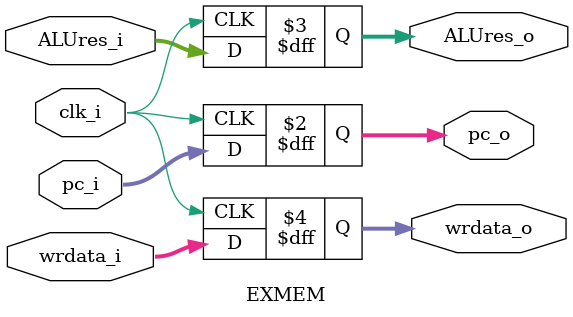
<source format=v>
module EXMEM
(
	clk_i,
	pc_i, ALUres_i, wrdata_i,
	pc_o, ALUres_o, wrdata_o
);

input			clk_i;
input	[31:0]	pc_i, ALUres_i, wrdata_i;
output	[31:0]	pc_o, ALUres_o, wrdata_o;
reg		[31:0]	pc_o, ALUres_o, wrdata_o;

always@(posedge clk_i) begin
	pc_o <= pc_i;
	ALUres_o <= ALUres_i;
	wrdata_o <= wrdata_i;
end

endmodule
</source>
